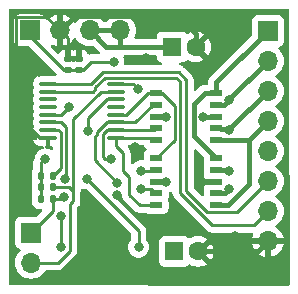
<source format=gtl>
%TF.GenerationSoftware,KiCad,Pcbnew,8.0.2*%
%TF.CreationDate,2024-05-17T09:11:03-06:00*%
%TF.ProjectId,encoder_protyping_board_high_current,656e636f-6465-4725-9f70-726f74797069,rev?*%
%TF.SameCoordinates,Original*%
%TF.FileFunction,Copper,L1,Top*%
%TF.FilePolarity,Positive*%
%FSLAX46Y46*%
G04 Gerber Fmt 4.6, Leading zero omitted, Abs format (unit mm)*
G04 Created by KiCad (PCBNEW 8.0.2) date 2024-05-17 09:11:03*
%MOMM*%
%LPD*%
G01*
G04 APERTURE LIST*
G04 Aperture macros list*
%AMRoundRect*
0 Rectangle with rounded corners*
0 $1 Rounding radius*
0 $2 $3 $4 $5 $6 $7 $8 $9 X,Y pos of 4 corners*
0 Add a 4 corners polygon primitive as box body*
4,1,4,$2,$3,$4,$5,$6,$7,$8,$9,$2,$3,0*
0 Add four circle primitives for the rounded corners*
1,1,$1+$1,$2,$3*
1,1,$1+$1,$4,$5*
1,1,$1+$1,$6,$7*
1,1,$1+$1,$8,$9*
0 Add four rect primitives between the rounded corners*
20,1,$1+$1,$2,$3,$4,$5,0*
20,1,$1+$1,$4,$5,$6,$7,0*
20,1,$1+$1,$6,$7,$8,$9,0*
20,1,$1+$1,$8,$9,$2,$3,0*%
G04 Aperture macros list end*
%TA.AperFunction,SMDPad,CuDef*%
%ADD10RoundRect,0.140000X0.170000X-0.140000X0.170000X0.140000X-0.170000X0.140000X-0.170000X-0.140000X0*%
%TD*%
%TA.AperFunction,SMDPad,CuDef*%
%ADD11RoundRect,0.135000X0.135000X0.185000X-0.135000X0.185000X-0.135000X-0.185000X0.135000X-0.185000X0*%
%TD*%
%TA.AperFunction,ComponentPad*%
%ADD12R,1.700000X1.700000*%
%TD*%
%TA.AperFunction,ComponentPad*%
%ADD13O,1.700000X1.700000*%
%TD*%
%TA.AperFunction,ComponentPad*%
%ADD14R,1.600000X1.600000*%
%TD*%
%TA.AperFunction,ComponentPad*%
%ADD15C,1.600000*%
%TD*%
%TA.AperFunction,SMDPad,CuDef*%
%ADD16RoundRect,0.135000X-0.135000X-0.185000X0.135000X-0.185000X0.135000X0.185000X-0.135000X0.185000X0*%
%TD*%
%TA.AperFunction,SMDPad,CuDef*%
%ADD17R,1.100000X0.510000*%
%TD*%
%TA.AperFunction,SMDPad,CuDef*%
%ADD18RoundRect,0.100000X-0.637500X-0.100000X0.637500X-0.100000X0.637500X0.100000X-0.637500X0.100000X0*%
%TD*%
%TA.AperFunction,ViaPad*%
%ADD19C,0.800000*%
%TD*%
%TA.AperFunction,Conductor*%
%ADD20C,0.400000*%
%TD*%
%TA.AperFunction,Conductor*%
%ADD21C,0.250000*%
%TD*%
G04 APERTURE END LIST*
D10*
X189800000Y-100480000D03*
X189800000Y-99520000D03*
D11*
X188550000Y-111400000D03*
X187530000Y-111400000D03*
D12*
X186700000Y-114225000D03*
D13*
X186700000Y-116765000D03*
D10*
X190780000Y-100480000D03*
X190780000Y-99520000D03*
D14*
X198844888Y-115800000D03*
D15*
X200844888Y-115800000D03*
D16*
X187530000Y-110400000D03*
X188550000Y-110400000D03*
D12*
X186600000Y-97100000D03*
D13*
X189140000Y-97100000D03*
X191680000Y-97100000D03*
X194220000Y-97100000D03*
D12*
X206750000Y-97150000D03*
D13*
X206750000Y-99690000D03*
X206750000Y-102230000D03*
X206750000Y-104770000D03*
X206750000Y-107310000D03*
X206750000Y-109850000D03*
X206750000Y-112390000D03*
X206750000Y-114930000D03*
D17*
X197294888Y-102400000D03*
X197294888Y-103400000D03*
X197294888Y-104400000D03*
X197294888Y-105400000D03*
X197294888Y-106400000D03*
X202394888Y-106400000D03*
X202394888Y-105400000D03*
X202394888Y-104400000D03*
X202394888Y-103400000D03*
X202394888Y-102400000D03*
D16*
X187530000Y-109400000D03*
X188550000Y-109400000D03*
D17*
X197294888Y-107900000D03*
X197294888Y-108900000D03*
X197294888Y-109900000D03*
X197294888Y-110900000D03*
X197294888Y-111900000D03*
X202394888Y-111900000D03*
X202394888Y-110900000D03*
X202394888Y-109900000D03*
X202394888Y-108900000D03*
X202394888Y-107900000D03*
D18*
X188137500Y-101625000D03*
X188137500Y-102275000D03*
X188137500Y-102925000D03*
X188137500Y-103575000D03*
X188137500Y-104225000D03*
X188137500Y-104875000D03*
X188137500Y-105525000D03*
X188137500Y-106175000D03*
X193862500Y-106175000D03*
X193862500Y-105525000D03*
X193862500Y-104875000D03*
X193862500Y-104225000D03*
X193862500Y-103575000D03*
X193862500Y-102925000D03*
X193862500Y-102275000D03*
X193862500Y-101625000D03*
D14*
X198644888Y-98500000D03*
D15*
X200644888Y-98500000D03*
D19*
X196350000Y-117600000D03*
X201000000Y-101000000D03*
X185850000Y-109750000D03*
X187350000Y-100650000D03*
X196400000Y-99450000D03*
X204000000Y-114500000D03*
X196650000Y-97150000D03*
X189800000Y-117700000D03*
X195500000Y-107000000D03*
X202450000Y-96250000D03*
X206300000Y-117750000D03*
X197000000Y-113500000D03*
X192000000Y-112500000D03*
X194000000Y-111000000D03*
X201200000Y-109900000D03*
X201300000Y-104400000D03*
X195750000Y-102050000D03*
X193700000Y-99750000D03*
X187900000Y-108000000D03*
X198100000Y-104400000D03*
X198100000Y-109950000D03*
X203500000Y-103000000D03*
X203500000Y-109000000D03*
X191550000Y-105600000D03*
X189450000Y-111200000D03*
X189250000Y-115450000D03*
X189250000Y-112850000D03*
X189950000Y-103550000D03*
X189550000Y-109650000D03*
X195800000Y-115450000D03*
X191400000Y-109650000D03*
X196000000Y-110500000D03*
X193500000Y-108000000D03*
X194000000Y-110000000D03*
X196000000Y-109000000D03*
X203500000Y-105500000D03*
X203500000Y-110500000D03*
D20*
X190390000Y-95850000D02*
X189140000Y-97100000D01*
D21*
X189140000Y-97100000D02*
X187965000Y-95925000D01*
D20*
X205880000Y-115800000D02*
X206750000Y-114930000D01*
X200644888Y-97368630D02*
X199126258Y-95850000D01*
X199126258Y-95850000D02*
X190390000Y-95850000D01*
D21*
X188137500Y-106175000D02*
X187425000Y-106175000D01*
D20*
X200844888Y-115800000D02*
X205880000Y-115800000D01*
D21*
X189800000Y-97760000D02*
X189140000Y-97100000D01*
X189800000Y-99520000D02*
X189800000Y-97760000D01*
X187425000Y-106175000D02*
X185425000Y-104175000D01*
X185425000Y-95925000D02*
X185425000Y-104175000D01*
X187965000Y-95925000D02*
X185425000Y-95925000D01*
D20*
X201200000Y-109900000D02*
X202394888Y-109900000D01*
X200644888Y-98500000D02*
X200644888Y-97368630D01*
D21*
X190780000Y-99520000D02*
X189800000Y-99520000D01*
D20*
X202394888Y-104400000D02*
X201300000Y-104400000D01*
D21*
X190780000Y-100480000D02*
X191089999Y-100480000D01*
X187530000Y-109400000D02*
X187530000Y-110400000D01*
X195800000Y-102050000D02*
X195750000Y-102000000D01*
X191819999Y-99750000D02*
X193700000Y-99750000D01*
X187530000Y-109400000D02*
X187530000Y-108270000D01*
X187530000Y-111400000D02*
X187530000Y-110400000D01*
X189800000Y-100480000D02*
X190780000Y-100480000D01*
X195750000Y-102000000D02*
X195750000Y-102050000D01*
X194725000Y-101625000D02*
X195375000Y-101625000D01*
X186600000Y-97589999D02*
X189490001Y-100480000D01*
X187900000Y-107900000D02*
X187850000Y-107950000D01*
X195750000Y-102050000D02*
X195800000Y-102050000D01*
X193862500Y-101625000D02*
X194725000Y-101625000D01*
X187530000Y-108270000D02*
X187800000Y-108000000D01*
X189490001Y-100480000D02*
X189800000Y-100480000D01*
X195375000Y-101625000D02*
X195750000Y-102000000D01*
X187800000Y-108000000D02*
X187900000Y-108000000D01*
X187900000Y-108000000D02*
X187900000Y-107900000D01*
X191089999Y-100480000D02*
X191819999Y-99750000D01*
D20*
X194220000Y-98420000D02*
X194300000Y-98500000D01*
X194220000Y-97100000D02*
X194220000Y-98420000D01*
X197294888Y-109900000D02*
X198100000Y-109950000D01*
X194300000Y-98500000D02*
X198644888Y-98500000D01*
X193080000Y-98500000D02*
X194300000Y-98500000D01*
X197294888Y-104400000D02*
X198100000Y-104400000D01*
X191680000Y-97100000D02*
X194220000Y-97100000D01*
X191680000Y-97100000D02*
X193080000Y-98500000D01*
X202394888Y-108900000D02*
X203400000Y-108900000D01*
X203400000Y-108900000D02*
X203500000Y-109000000D01*
X203440000Y-103000000D02*
X203040000Y-103400000D01*
X203500000Y-103000000D02*
X203440000Y-103000000D01*
X206750000Y-99690000D02*
X203500000Y-102940000D01*
X203040000Y-103400000D02*
X202394888Y-103400000D01*
X203500000Y-102940000D02*
X203500000Y-103000000D01*
D21*
X189250000Y-111400000D02*
X189450000Y-111200000D01*
X191550000Y-104500001D02*
X191550000Y-105600000D01*
X193125001Y-102925000D02*
X191550000Y-104500001D01*
X188550000Y-111400000D02*
X188550000Y-112375000D01*
X193862500Y-102925000D02*
X193125001Y-102925000D01*
X188550000Y-112375000D02*
X186700000Y-114225000D01*
X188550000Y-111400000D02*
X189250000Y-111400000D01*
X186700000Y-116765000D02*
X188960305Y-116765000D01*
X192611396Y-102275000D02*
X193862500Y-102275000D01*
X190250000Y-110700000D02*
X190275000Y-110675000D01*
X190250000Y-111550000D02*
X190250000Y-110700000D01*
X190275000Y-104611396D02*
X192611396Y-102275000D01*
X188550000Y-110400000D02*
X189950000Y-110400000D01*
X188960305Y-116765000D02*
X189975000Y-115750305D01*
X189975000Y-115750305D02*
X189975000Y-111825000D01*
X189975000Y-111825000D02*
X190250000Y-111550000D01*
X190275000Y-110675000D02*
X190275000Y-104611396D01*
X189950000Y-110400000D02*
X190250000Y-110700000D01*
X189275000Y-104225000D02*
X189950000Y-103550000D01*
X189250000Y-115450000D02*
X189250000Y-112850000D01*
X188137500Y-104225000D02*
X189275000Y-104225000D01*
X189650000Y-105300000D02*
X189650000Y-109650000D01*
X189550000Y-109650000D02*
X189550000Y-109750000D01*
X189650000Y-109650000D02*
X189550000Y-109650000D01*
X189225000Y-104875000D02*
X189650000Y-105300000D01*
X189550000Y-109750000D02*
X189600000Y-109700000D01*
X195800000Y-115450000D02*
X195800000Y-114050000D01*
X188137500Y-104875000D02*
X189225000Y-104875000D01*
X195800000Y-114050000D02*
X191400000Y-109650000D01*
X189200000Y-105700000D02*
X189025000Y-105525000D01*
X189025000Y-105525000D02*
X188137500Y-105525000D01*
X189200000Y-108750000D02*
X189200000Y-105700000D01*
X188550000Y-109400000D02*
X189200000Y-108750000D01*
X196000000Y-110500000D02*
X196894888Y-110500000D01*
X193000000Y-108000000D02*
X193500000Y-108000000D01*
X193171188Y-105525000D02*
X192800000Y-105896188D01*
X192800000Y-105896188D02*
X192800000Y-107800000D01*
X196894888Y-110500000D02*
X197294888Y-110900000D01*
X192800000Y-107800000D02*
X193000000Y-108000000D01*
X197169888Y-105525000D02*
X197294888Y-105400000D01*
X193862500Y-105525000D02*
X193171188Y-105525000D01*
X193862500Y-105525000D02*
X197169888Y-105525000D01*
X192087652Y-106087653D02*
X192087652Y-108087652D01*
X192275000Y-105725000D02*
X192275000Y-105775000D01*
X193125001Y-104875000D02*
X192275000Y-105725000D01*
X196000000Y-109000000D02*
X197194888Y-109000000D01*
X195524888Y-104875000D02*
X193862500Y-104875000D01*
X196999888Y-103400000D02*
X195524888Y-104875000D01*
X197294888Y-103400000D02*
X196999888Y-103400000D01*
X193862500Y-104875000D02*
X193125001Y-104875000D01*
X192275000Y-105900305D02*
X192087652Y-106087653D01*
X192087652Y-108087652D02*
X194000000Y-110000000D01*
X197194888Y-109000000D02*
X197294888Y-108900000D01*
X198850000Y-106344888D02*
X197294888Y-107900000D01*
X197750000Y-102400000D02*
X198850000Y-103500000D01*
X194775000Y-104225000D02*
X196600000Y-102400000D01*
X197294888Y-102400000D02*
X197750000Y-102400000D01*
X196600000Y-102400000D02*
X197294888Y-102400000D01*
X198850000Y-103500000D02*
X198850000Y-106344888D01*
X193862500Y-104225000D02*
X194775000Y-104225000D01*
X195000000Y-109500000D02*
X195000000Y-111000000D01*
X195000000Y-111000000D02*
X195900000Y-111900000D01*
X194500000Y-107500000D02*
X194500000Y-109000000D01*
X193862500Y-106175000D02*
X197069888Y-106175000D01*
X195900000Y-111900000D02*
X197294888Y-111900000D01*
X193862500Y-106175000D02*
X193862500Y-106862500D01*
X194500000Y-109000000D02*
X195000000Y-109500000D01*
X197069888Y-106175000D02*
X197294888Y-106400000D01*
X193862500Y-106862500D02*
X194500000Y-107500000D01*
D20*
X202394888Y-110900000D02*
X203100000Y-110900000D01*
X206750000Y-102230000D02*
X203580000Y-105400000D01*
X203500000Y-105500000D02*
X202394888Y-105400000D01*
X203100000Y-110900000D02*
X203500000Y-110500000D01*
X203580000Y-105400000D02*
X203500000Y-105500000D01*
X205120000Y-110124888D02*
X205120000Y-106400000D01*
X206750000Y-104770000D02*
X205120000Y-106400000D01*
X202394888Y-111900000D02*
X203344888Y-111900000D01*
X203344888Y-111900000D02*
X205120000Y-110124888D01*
X205120000Y-106400000D02*
X202394888Y-106400000D01*
X202394888Y-102400000D02*
X201444888Y-102400000D01*
X201444888Y-102400000D02*
X200500000Y-103344888D01*
X200500000Y-103344888D02*
X200500000Y-106005112D01*
X206750000Y-97150000D02*
X202394888Y-101505112D01*
X200500000Y-106005112D02*
X202394888Y-107900000D01*
X202394888Y-101505112D02*
X202394888Y-102400000D01*
D21*
X191788604Y-101625000D02*
X192763604Y-100650000D01*
X204120000Y-112480000D02*
X206750000Y-109850000D01*
X192763604Y-100650000D02*
X199186396Y-100650000D01*
X199850000Y-101313604D02*
X199850000Y-110702574D01*
X199186396Y-100650000D02*
X199850000Y-101313604D01*
X201627426Y-112480000D02*
X204120000Y-112480000D01*
X199850000Y-110702574D02*
X201627426Y-112480000D01*
X188137500Y-101625000D02*
X191788604Y-101625000D01*
X192950000Y-101100000D02*
X192150000Y-101900000D01*
X199300000Y-110826284D02*
X199300000Y-101400000D01*
X192150000Y-101900000D02*
X192150000Y-102100000D01*
X202063716Y-113590000D02*
X199300000Y-110826284D01*
X202063716Y-113590000D02*
X205550000Y-113590000D01*
X191975000Y-102275000D02*
X188137500Y-102275000D01*
X192150000Y-102100000D02*
X191975000Y-102275000D01*
X205550000Y-113590000D02*
X206750000Y-112390000D01*
X199000000Y-101100000D02*
X192950000Y-101100000D01*
X199300000Y-101400000D02*
X199000000Y-101100000D01*
%TA.AperFunction,Conductor*%
G36*
X200680703Y-107176918D02*
G01*
X200687181Y-107182950D01*
X201308069Y-107803838D01*
X201341554Y-107865161D01*
X201344388Y-107891519D01*
X201344388Y-108202869D01*
X201344389Y-108202876D01*
X201350797Y-108262485D01*
X201385924Y-108356668D01*
X201390908Y-108426360D01*
X201385924Y-108443332D01*
X201350798Y-108537511D01*
X201350797Y-108537515D01*
X201350797Y-108537517D01*
X201344388Y-108597127D01*
X201344388Y-108597134D01*
X201344388Y-108597135D01*
X201344388Y-109202870D01*
X201344389Y-109202876D01*
X201350796Y-109262483D01*
X201386191Y-109357381D01*
X201391175Y-109427073D01*
X201386191Y-109444046D01*
X201351291Y-109537616D01*
X201351289Y-109537627D01*
X201344888Y-109597155D01*
X201344888Y-109650000D01*
X201739217Y-109650000D01*
X201752472Y-109650710D01*
X201797015Y-109655500D01*
X202520889Y-109655499D01*
X202587927Y-109675183D01*
X202633682Y-109727987D01*
X202644888Y-109779499D01*
X202644888Y-110020500D01*
X202625203Y-110087539D01*
X202572399Y-110133294D01*
X202520888Y-110144500D01*
X201797017Y-110144500D01*
X201797013Y-110144501D01*
X201764465Y-110148000D01*
X201752464Y-110149290D01*
X201739213Y-110150000D01*
X201344888Y-110150000D01*
X201344888Y-110202844D01*
X201351289Y-110262372D01*
X201351291Y-110262380D01*
X201386191Y-110355952D01*
X201391175Y-110425644D01*
X201386191Y-110442617D01*
X201350798Y-110537511D01*
X201350797Y-110537515D01*
X201350797Y-110537517D01*
X201344388Y-110597127D01*
X201344388Y-110597134D01*
X201344388Y-110597135D01*
X201344388Y-111013010D01*
X201324703Y-111080049D01*
X201271899Y-111125804D01*
X201202741Y-111135748D01*
X201139185Y-111106723D01*
X201132707Y-111100691D01*
X200511819Y-110479803D01*
X200478334Y-110418480D01*
X200475500Y-110392122D01*
X200475500Y-107270631D01*
X200495185Y-107203592D01*
X200547989Y-107157837D01*
X200617147Y-107147893D01*
X200680703Y-107176918D01*
G37*
%TD.AperFunction*%
%TA.AperFunction,Conductor*%
G36*
X196245921Y-106820185D02*
G01*
X196291676Y-106872989D01*
X196295059Y-106881156D01*
X196300105Y-106894684D01*
X196301093Y-106897333D01*
X196301093Y-106897334D01*
X196387340Y-107012544D01*
X196387341Y-107012544D01*
X196387342Y-107012546D01*
X196391951Y-107015996D01*
X196438354Y-107050734D01*
X196480224Y-107106668D01*
X196485208Y-107176360D01*
X196451722Y-107237683D01*
X196438354Y-107249266D01*
X196387340Y-107287455D01*
X196301094Y-107402664D01*
X196301090Y-107402671D01*
X196250796Y-107537517D01*
X196245888Y-107583174D01*
X196244389Y-107597123D01*
X196244388Y-107597135D01*
X196244388Y-107978201D01*
X196224703Y-108045240D01*
X196171899Y-108090995D01*
X196102741Y-108100939D01*
X196094661Y-108099501D01*
X196094646Y-108099500D01*
X195905354Y-108099500D01*
X195872897Y-108106398D01*
X195720197Y-108138855D01*
X195720192Y-108138857D01*
X195547270Y-108215848D01*
X195547265Y-108215851D01*
X195394129Y-108327111D01*
X195394128Y-108327112D01*
X195341649Y-108385396D01*
X195282162Y-108422044D01*
X195212305Y-108420713D01*
X195154257Y-108381826D01*
X195126448Y-108317729D01*
X195125500Y-108302423D01*
X195125500Y-107438396D01*
X195118853Y-107404978D01*
X195101463Y-107317548D01*
X195088998Y-107287455D01*
X195083631Y-107274498D01*
X195083631Y-107274497D01*
X195054314Y-107203719D01*
X195054312Y-107203714D01*
X195010974Y-107138856D01*
X194997023Y-107117976D01*
X194985859Y-107101268D01*
X194985855Y-107101263D01*
X194896773Y-107012181D01*
X194863288Y-106950858D01*
X194868272Y-106881166D01*
X194910144Y-106825233D01*
X194975608Y-106800816D01*
X194984454Y-106800500D01*
X196178882Y-106800500D01*
X196245921Y-106820185D01*
G37*
%TD.AperFunction*%
%TA.AperFunction,Conductor*%
G36*
X188280539Y-106245184D02*
G01*
X188326294Y-106297988D01*
X188337500Y-106349499D01*
X188337500Y-106874999D01*
X188450500Y-106874999D01*
X188517539Y-106894684D01*
X188563294Y-106947488D01*
X188574500Y-106998999D01*
X188574500Y-107133610D01*
X188554815Y-107200649D01*
X188502011Y-107246404D01*
X188432853Y-107256348D01*
X188377616Y-107233929D01*
X188352733Y-107215850D01*
X188352729Y-107215848D01*
X188179807Y-107138857D01*
X188179802Y-107138855D01*
X188028369Y-107106668D01*
X187994646Y-107099500D01*
X187994645Y-107099500D01*
X187988289Y-107098149D01*
X187988756Y-107095950D01*
X187933710Y-107073297D01*
X187893730Y-107015996D01*
X187891076Y-106946177D01*
X187923613Y-106888886D01*
X187937500Y-106874999D01*
X187937500Y-106349499D01*
X187957185Y-106282460D01*
X188009989Y-106236705D01*
X188061497Y-106225499D01*
X188213501Y-106225499D01*
X188280539Y-106245184D01*
G37*
%TD.AperFunction*%
%TA.AperFunction,Conductor*%
G36*
X197287428Y-99220185D02*
G01*
X197333183Y-99272989D01*
X197344389Y-99324500D01*
X197344389Y-99347876D01*
X197350796Y-99407483D01*
X197401090Y-99542328D01*
X197401094Y-99542335D01*
X197487340Y-99657544D01*
X197487343Y-99657547D01*
X197602552Y-99743793D01*
X197602559Y-99743797D01*
X197711202Y-99784318D01*
X197767136Y-99826189D01*
X197791553Y-99891653D01*
X197776702Y-99959926D01*
X197727297Y-100009332D01*
X197667869Y-100024500D01*
X194714325Y-100024500D01*
X194647286Y-100004815D01*
X194601531Y-99952011D01*
X194591004Y-99887539D01*
X194605460Y-99750000D01*
X194585674Y-99561744D01*
X194527179Y-99381716D01*
X194527176Y-99381710D01*
X194524538Y-99375786D01*
X194527062Y-99374661D01*
X194513470Y-99318569D01*
X194536339Y-99252547D01*
X194591271Y-99209371D01*
X194637328Y-99200500D01*
X197220389Y-99200500D01*
X197287428Y-99220185D01*
G37*
%TD.AperFunction*%
%TA.AperFunction,Conductor*%
G36*
X189390000Y-98430633D02*
G01*
X189603483Y-98373433D01*
X189603492Y-98373429D01*
X189817578Y-98273600D01*
X190011082Y-98138105D01*
X190178105Y-97971082D01*
X190308119Y-97785405D01*
X190362696Y-97741781D01*
X190432195Y-97734588D01*
X190494549Y-97766110D01*
X190511269Y-97785405D01*
X190524180Y-97803844D01*
X190641505Y-97971401D01*
X190808599Y-98138495D01*
X190905384Y-98206265D01*
X191002165Y-98274032D01*
X191002167Y-98274033D01*
X191002170Y-98274035D01*
X191216337Y-98373903D01*
X191444592Y-98435063D01*
X191621034Y-98450500D01*
X191679999Y-98455659D01*
X191680000Y-98455659D01*
X191680001Y-98455659D01*
X191738966Y-98450500D01*
X191915408Y-98435063D01*
X191932216Y-98430559D01*
X192002064Y-98432218D01*
X192051994Y-98462651D01*
X192502161Y-98912819D01*
X192535646Y-98974142D01*
X192530662Y-99043834D01*
X192488790Y-99099767D01*
X192423326Y-99124184D01*
X192414480Y-99124500D01*
X191758388Y-99124500D01*
X191697970Y-99136518D01*
X191682677Y-99139560D01*
X191651358Y-99145789D01*
X191581767Y-99139560D01*
X191526591Y-99096695D01*
X191520438Y-99087292D01*
X191459721Y-98984625D01*
X191459714Y-98984616D01*
X191345383Y-98870285D01*
X191345374Y-98870278D01*
X191206195Y-98787968D01*
X191206190Y-98787966D01*
X191050918Y-98742855D01*
X191050912Y-98742854D01*
X191030000Y-98741209D01*
X191030000Y-99575500D01*
X191010315Y-99642539D01*
X190957511Y-99688294D01*
X190906000Y-99699500D01*
X190545302Y-99699500D01*
X190509008Y-99702356D01*
X190509002Y-99702357D01*
X190353608Y-99747504D01*
X190353598Y-99747508D01*
X190353116Y-99747794D01*
X190352688Y-99747902D01*
X190346443Y-99750605D01*
X190346006Y-99749597D01*
X190285391Y-99764973D01*
X190233883Y-99749849D01*
X190233557Y-99750605D01*
X190227433Y-99747955D01*
X190226884Y-99747794D01*
X190226401Y-99747508D01*
X190226391Y-99747504D01*
X190070997Y-99702357D01*
X190070991Y-99702356D01*
X190034697Y-99699500D01*
X190034690Y-99699500D01*
X189674000Y-99699500D01*
X189606961Y-99679815D01*
X189561206Y-99627011D01*
X189550000Y-99575500D01*
X189550000Y-98741210D01*
X189549999Y-98741209D01*
X190050000Y-98741209D01*
X190050000Y-99270000D01*
X190530000Y-99270000D01*
X190530000Y-98741210D01*
X190529999Y-98741209D01*
X190509087Y-98742854D01*
X190509081Y-98742855D01*
X190353809Y-98787966D01*
X190353801Y-98787969D01*
X190353113Y-98788377D01*
X190352503Y-98788531D01*
X190346647Y-98791066D01*
X190346237Y-98790120D01*
X190285388Y-98805554D01*
X190233656Y-98790364D01*
X190233353Y-98791066D01*
X190227671Y-98788607D01*
X190226887Y-98788377D01*
X190226198Y-98787969D01*
X190226190Y-98787966D01*
X190070918Y-98742855D01*
X190070912Y-98742854D01*
X190050000Y-98741209D01*
X189549999Y-98741209D01*
X189529087Y-98742854D01*
X189529081Y-98742855D01*
X189373809Y-98787966D01*
X189373804Y-98787968D01*
X189234625Y-98870278D01*
X189234616Y-98870285D01*
X189120285Y-98984616D01*
X189120279Y-98984624D01*
X189112069Y-98998507D01*
X189060999Y-99046189D01*
X188992257Y-99058692D01*
X188927668Y-99032046D01*
X188917657Y-99023065D01*
X188408376Y-98513784D01*
X188374891Y-98452461D01*
X188379875Y-98382769D01*
X188421747Y-98326836D01*
X188487211Y-98302419D01*
X188548462Y-98313721D01*
X188676507Y-98373430D01*
X188676516Y-98373433D01*
X188890000Y-98430634D01*
X188890000Y-97533012D01*
X188947007Y-97565925D01*
X189074174Y-97600000D01*
X189205826Y-97600000D01*
X189332993Y-97565925D01*
X189390000Y-97533012D01*
X189390000Y-98430633D01*
G37*
%TD.AperFunction*%
%TA.AperFunction,Conductor*%
G36*
X208493303Y-95269685D02*
G01*
X208539058Y-95322489D01*
X208550263Y-95373735D01*
X208560138Y-100004815D01*
X208599734Y-118575474D01*
X208580192Y-118642555D01*
X208527486Y-118688422D01*
X208475473Y-118699738D01*
X184923739Y-118650259D01*
X184856742Y-118630433D01*
X184811098Y-118577533D01*
X184800000Y-118526259D01*
X184800000Y-96202135D01*
X185249500Y-96202135D01*
X185249500Y-97997870D01*
X185249501Y-97997876D01*
X185255908Y-98057483D01*
X185306202Y-98192328D01*
X185306206Y-98192335D01*
X185392452Y-98307544D01*
X185392455Y-98307547D01*
X185507664Y-98393793D01*
X185507671Y-98393797D01*
X185642517Y-98444091D01*
X185642516Y-98444091D01*
X185649444Y-98444835D01*
X185702127Y-98450500D01*
X186524548Y-98450499D01*
X186591587Y-98470183D01*
X186612229Y-98486818D01*
X188838229Y-100712819D01*
X188871714Y-100774142D01*
X188866730Y-100843834D01*
X188824858Y-100899767D01*
X188759394Y-100924184D01*
X188750548Y-100924500D01*
X187460636Y-100924500D01*
X187343246Y-100939953D01*
X187343237Y-100939956D01*
X187197160Y-101000463D01*
X187071718Y-101096718D01*
X186975463Y-101222160D01*
X186914956Y-101368237D01*
X186914955Y-101368239D01*
X186899500Y-101485638D01*
X186899500Y-101764363D01*
X186914953Y-101881753D01*
X186914957Y-101881765D01*
X186923566Y-101902550D01*
X186931033Y-101972019D01*
X186923566Y-101997450D01*
X186914957Y-102018234D01*
X186914955Y-102018239D01*
X186899500Y-102135638D01*
X186899500Y-102414363D01*
X186914953Y-102531753D01*
X186914957Y-102531765D01*
X186923566Y-102552550D01*
X186931033Y-102622019D01*
X186923566Y-102647450D01*
X186914957Y-102668234D01*
X186914955Y-102668239D01*
X186899500Y-102785638D01*
X186899500Y-103064363D01*
X186914953Y-103181753D01*
X186914957Y-103181765D01*
X186923566Y-103202550D01*
X186931033Y-103272019D01*
X186923566Y-103297450D01*
X186914957Y-103318234D01*
X186914955Y-103318239D01*
X186899500Y-103435638D01*
X186899500Y-103714363D01*
X186914953Y-103831753D01*
X186914957Y-103831765D01*
X186923566Y-103852550D01*
X186931033Y-103922019D01*
X186923566Y-103947450D01*
X186914957Y-103968234D01*
X186914955Y-103968239D01*
X186899500Y-104085638D01*
X186899500Y-104364363D01*
X186914953Y-104481753D01*
X186914957Y-104481765D01*
X186923566Y-104502550D01*
X186931033Y-104572019D01*
X186923566Y-104597450D01*
X186914957Y-104618234D01*
X186914955Y-104618239D01*
X186899500Y-104735638D01*
X186899500Y-105014363D01*
X186914953Y-105131753D01*
X186914957Y-105131765D01*
X186923566Y-105152550D01*
X186931033Y-105222019D01*
X186923566Y-105247450D01*
X186914957Y-105268234D01*
X186914955Y-105268239D01*
X186899500Y-105385638D01*
X186899500Y-105664363D01*
X186914953Y-105781753D01*
X186914956Y-105781762D01*
X186923837Y-105803203D01*
X186931304Y-105872673D01*
X186923838Y-105898103D01*
X186915443Y-105918370D01*
X186907987Y-105975000D01*
X186950500Y-105975000D01*
X187017539Y-105994685D01*
X187048875Y-106023513D01*
X187071715Y-106053279D01*
X187071716Y-106053280D01*
X187071718Y-106053282D01*
X187197159Y-106149536D01*
X187197160Y-106149536D01*
X187201184Y-106152624D01*
X187242386Y-106209052D01*
X187246541Y-106278798D01*
X187212329Y-106339719D01*
X187150611Y-106372471D01*
X187125697Y-106375000D01*
X186907990Y-106375000D01*
X186907988Y-106375001D01*
X186915442Y-106431627D01*
X186915444Y-106431633D01*
X186975899Y-106577585D01*
X187072075Y-106702924D01*
X187197413Y-106799100D01*
X187343365Y-106859554D01*
X187343369Y-106859555D01*
X187460676Y-106874999D01*
X187681763Y-106874999D01*
X187748803Y-106894683D01*
X187794558Y-106947487D01*
X187804502Y-107016645D01*
X187775477Y-107080201D01*
X187716699Y-107117976D01*
X187707546Y-107120289D01*
X187620196Y-107138856D01*
X187620192Y-107138857D01*
X187447270Y-107215848D01*
X187447265Y-107215851D01*
X187294129Y-107327111D01*
X187167466Y-107467785D01*
X187072821Y-107631715D01*
X187072818Y-107631722D01*
X187014327Y-107811740D01*
X187014326Y-107811744D01*
X187011340Y-107840157D01*
X187004538Y-107904868D01*
X186984322Y-107960792D01*
X186975686Y-107973717D01*
X186975685Y-107973718D01*
X186946061Y-108045240D01*
X186942347Y-108054207D01*
X186936823Y-108067543D01*
X186928537Y-108087545D01*
X186928535Y-108087552D01*
X186921186Y-108124499D01*
X186921187Y-108124500D01*
X186906423Y-108198728D01*
X186904500Y-108208394D01*
X186904500Y-108762041D01*
X186887232Y-108825161D01*
X186807133Y-108960602D01*
X186807129Y-108960611D01*
X186762335Y-109114791D01*
X186762334Y-109114797D01*
X186759500Y-109150811D01*
X186759500Y-109649169D01*
X186759501Y-109649191D01*
X186762335Y-109685205D01*
X186807129Y-109839388D01*
X186810230Y-109846554D01*
X186808313Y-109847383D01*
X186822825Y-109904626D01*
X186808686Y-109952777D01*
X186810230Y-109953446D01*
X186807129Y-109960611D01*
X186762335Y-110114791D01*
X186762334Y-110114797D01*
X186759500Y-110150811D01*
X186759500Y-110649169D01*
X186759501Y-110649191D01*
X186762335Y-110685205D01*
X186807129Y-110839388D01*
X186810230Y-110846554D01*
X186808313Y-110847383D01*
X186822825Y-110904626D01*
X186808686Y-110952777D01*
X186810230Y-110953446D01*
X186807129Y-110960611D01*
X186762335Y-111114791D01*
X186762334Y-111114797D01*
X186759500Y-111150811D01*
X186759500Y-111649169D01*
X186759501Y-111649191D01*
X186762335Y-111685205D01*
X186807129Y-111839388D01*
X186807131Y-111839393D01*
X186888863Y-111977595D01*
X186888869Y-111977603D01*
X187002396Y-112091130D01*
X187002400Y-112091133D01*
X187002402Y-112091135D01*
X187140607Y-112172869D01*
X187181268Y-112184682D01*
X187294791Y-112217664D01*
X187294794Y-112217664D01*
X187294796Y-112217665D01*
X187330819Y-112220500D01*
X187520547Y-112220499D01*
X187587586Y-112240183D01*
X187633341Y-112292987D01*
X187643285Y-112362145D01*
X187614260Y-112425701D01*
X187608228Y-112432180D01*
X187202227Y-112838181D01*
X187140904Y-112871666D01*
X187114546Y-112874500D01*
X185802129Y-112874500D01*
X185802123Y-112874501D01*
X185742516Y-112880908D01*
X185607671Y-112931202D01*
X185607664Y-112931206D01*
X185492455Y-113017452D01*
X185492452Y-113017455D01*
X185406206Y-113132664D01*
X185406202Y-113132671D01*
X185355908Y-113267517D01*
X185349501Y-113327116D01*
X185349500Y-113327135D01*
X185349500Y-115122870D01*
X185349501Y-115122876D01*
X185355908Y-115182483D01*
X185406202Y-115317328D01*
X185406206Y-115317335D01*
X185492452Y-115432544D01*
X185492455Y-115432547D01*
X185607664Y-115518793D01*
X185607671Y-115518797D01*
X185739081Y-115567810D01*
X185795015Y-115609681D01*
X185819432Y-115675145D01*
X185804580Y-115743418D01*
X185783430Y-115771673D01*
X185661503Y-115893600D01*
X185525965Y-116087169D01*
X185525964Y-116087171D01*
X185426098Y-116301335D01*
X185426094Y-116301344D01*
X185364938Y-116529586D01*
X185364936Y-116529596D01*
X185344341Y-116764999D01*
X185344341Y-116765000D01*
X185364936Y-117000403D01*
X185364938Y-117000413D01*
X185426094Y-117228655D01*
X185426096Y-117228659D01*
X185426097Y-117228663D01*
X185501563Y-117390500D01*
X185525965Y-117442830D01*
X185525967Y-117442834D01*
X185634281Y-117597521D01*
X185661505Y-117636401D01*
X185828599Y-117803495D01*
X185925384Y-117871265D01*
X186022165Y-117939032D01*
X186022167Y-117939033D01*
X186022170Y-117939035D01*
X186236337Y-118038903D01*
X186464592Y-118100063D01*
X186652918Y-118116539D01*
X186699999Y-118120659D01*
X186700000Y-118120659D01*
X186700001Y-118120659D01*
X186739234Y-118117226D01*
X186935408Y-118100063D01*
X187163663Y-118038903D01*
X187377830Y-117939035D01*
X187571401Y-117803495D01*
X187738495Y-117636401D01*
X187873652Y-117443377D01*
X187928229Y-117399752D01*
X187975227Y-117390500D01*
X189021912Y-117390500D01*
X189082334Y-117378481D01*
X189142757Y-117366463D01*
X189142760Y-117366461D01*
X189142763Y-117366461D01*
X189176092Y-117352654D01*
X189176091Y-117352654D01*
X189176097Y-117352652D01*
X189256591Y-117319312D01*
X189307814Y-117285084D01*
X189359038Y-117250858D01*
X189446163Y-117163733D01*
X189446163Y-117163731D01*
X189456371Y-117153524D01*
X189456372Y-117153521D01*
X190460857Y-116149039D01*
X190473166Y-116130618D01*
X190475440Y-116127216D01*
X190529307Y-116046597D01*
X190529307Y-116046596D01*
X190529311Y-116046591D01*
X190576463Y-115932757D01*
X190593176Y-115848733D01*
X190600500Y-115811912D01*
X190600500Y-115688699D01*
X190600500Y-112135453D01*
X190620185Y-112068414D01*
X190636819Y-112047772D01*
X190678665Y-112005925D01*
X190735858Y-111948733D01*
X190804312Y-111846285D01*
X190838647Y-111763393D01*
X190851463Y-111732452D01*
X190875500Y-111611606D01*
X190875500Y-110874504D01*
X190877883Y-110850313D01*
X190900499Y-110736610D01*
X190900500Y-110736607D01*
X190900500Y-110604271D01*
X190920185Y-110537232D01*
X190972989Y-110491477D01*
X191042147Y-110481533D01*
X191074930Y-110490989D01*
X191120197Y-110511144D01*
X191305354Y-110550500D01*
X191364548Y-110550500D01*
X191431587Y-110570185D01*
X191452229Y-110586819D01*
X195138181Y-114272771D01*
X195171666Y-114334094D01*
X195174500Y-114360452D01*
X195174500Y-114751312D01*
X195154815Y-114818351D01*
X195142650Y-114834284D01*
X195067466Y-114917784D01*
X194972821Y-115081715D01*
X194972818Y-115081722D01*
X194914327Y-115261740D01*
X194914326Y-115261744D01*
X194894540Y-115450000D01*
X194914326Y-115638256D01*
X194914327Y-115638259D01*
X194972818Y-115818277D01*
X194972821Y-115818284D01*
X195067467Y-115982216D01*
X195161969Y-116087171D01*
X195194129Y-116122888D01*
X195347265Y-116234148D01*
X195347270Y-116234151D01*
X195520192Y-116311142D01*
X195520197Y-116311144D01*
X195705354Y-116350500D01*
X195705355Y-116350500D01*
X195894644Y-116350500D01*
X195894646Y-116350500D01*
X196079803Y-116311144D01*
X196252730Y-116234151D01*
X196405871Y-116122888D01*
X196532533Y-115982216D01*
X196627179Y-115818284D01*
X196685674Y-115638256D01*
X196705460Y-115450000D01*
X196685674Y-115261744D01*
X196627179Y-115081716D01*
X196552366Y-114952135D01*
X197544388Y-114952135D01*
X197544388Y-116647870D01*
X197544389Y-116647876D01*
X197550796Y-116707483D01*
X197601090Y-116842328D01*
X197601094Y-116842335D01*
X197687340Y-116957544D01*
X197687343Y-116957547D01*
X197802552Y-117043793D01*
X197802559Y-117043797D01*
X197937405Y-117094091D01*
X197937404Y-117094091D01*
X197944332Y-117094835D01*
X197997015Y-117100500D01*
X199692760Y-117100499D01*
X199752371Y-117094091D01*
X199887219Y-117043796D01*
X200002434Y-116957546D01*
X200009238Y-116948455D01*
X200065168Y-116906584D01*
X200134859Y-116901597D01*
X200179628Y-116921188D01*
X200192400Y-116930130D01*
X200192406Y-116930134D01*
X200398561Y-117026265D01*
X200398570Y-117026269D01*
X200618277Y-117085139D01*
X200618288Y-117085141D01*
X200844886Y-117104966D01*
X200844890Y-117104966D01*
X201071487Y-117085141D01*
X201071498Y-117085139D01*
X201291205Y-117026269D01*
X201291219Y-117026264D01*
X201497366Y-116930136D01*
X201570359Y-116879024D01*
X200891335Y-116200000D01*
X200897549Y-116200000D01*
X200999282Y-116172741D01*
X201090494Y-116120080D01*
X201164968Y-116045606D01*
X201217629Y-115954394D01*
X201244888Y-115852661D01*
X201244888Y-115846447D01*
X201923912Y-116525471D01*
X201975024Y-116452478D01*
X202071152Y-116246331D01*
X202071157Y-116246317D01*
X202130027Y-116026610D01*
X202130029Y-116026599D01*
X202149854Y-115800002D01*
X202149854Y-115799997D01*
X202130029Y-115573400D01*
X202130027Y-115573389D01*
X202071157Y-115353682D01*
X202071152Y-115353668D01*
X201975024Y-115147521D01*
X201975020Y-115147513D01*
X201923913Y-115074526D01*
X201244888Y-115753551D01*
X201244888Y-115747339D01*
X201217629Y-115645606D01*
X201164968Y-115554394D01*
X201090494Y-115479920D01*
X200999282Y-115427259D01*
X200897549Y-115400000D01*
X200891335Y-115400000D01*
X201570360Y-114720974D01*
X201497366Y-114669863D01*
X201291219Y-114573735D01*
X201291205Y-114573730D01*
X201071498Y-114514860D01*
X201071487Y-114514858D01*
X200844890Y-114495034D01*
X200844886Y-114495034D01*
X200618288Y-114514858D01*
X200618277Y-114514860D01*
X200398570Y-114573730D01*
X200398561Y-114573734D01*
X200192400Y-114669868D01*
X200192395Y-114669871D01*
X200179624Y-114678813D01*
X200113417Y-114701138D01*
X200045651Y-114684124D01*
X200009240Y-114651546D01*
X200002434Y-114642454D01*
X200002432Y-114642453D01*
X200002432Y-114642452D01*
X199887223Y-114556206D01*
X199887216Y-114556202D01*
X199752370Y-114505908D01*
X199752371Y-114505908D01*
X199692771Y-114499501D01*
X199692769Y-114499500D01*
X199692761Y-114499500D01*
X199692752Y-114499500D01*
X197997017Y-114499500D01*
X197997011Y-114499501D01*
X197937404Y-114505908D01*
X197802559Y-114556202D01*
X197802552Y-114556206D01*
X197687343Y-114642452D01*
X197687340Y-114642455D01*
X197601094Y-114757664D01*
X197601090Y-114757671D01*
X197550796Y-114892517D01*
X197544389Y-114952116D01*
X197544388Y-114952135D01*
X196552366Y-114952135D01*
X196532533Y-114917784D01*
X196457350Y-114834284D01*
X196427120Y-114771292D01*
X196425500Y-114751312D01*
X196425500Y-114117741D01*
X196425501Y-114117720D01*
X196425501Y-113988391D01*
X196401464Y-113867555D01*
X196401463Y-113867549D01*
X196354312Y-113753715D01*
X196285858Y-113651267D01*
X196285855Y-113651263D01*
X194397984Y-111763393D01*
X193731149Y-111096559D01*
X193697665Y-111035237D01*
X193702649Y-110965545D01*
X193744521Y-110909612D01*
X193809985Y-110885195D01*
X193844611Y-110887589D01*
X193857554Y-110890339D01*
X193905354Y-110900500D01*
X193905355Y-110900500D01*
X194094644Y-110900500D01*
X194094646Y-110900500D01*
X194224720Y-110872852D01*
X194294386Y-110878168D01*
X194350120Y-110920305D01*
X194374225Y-110985885D01*
X194374500Y-110994142D01*
X194374500Y-111061607D01*
X194374500Y-111061609D01*
X194374499Y-111061609D01*
X194382997Y-111104325D01*
X194382997Y-111104327D01*
X194398535Y-111182446D01*
X194398539Y-111182458D01*
X194406994Y-111202869D01*
X194406995Y-111202872D01*
X194445685Y-111296281D01*
X194445691Y-111296292D01*
X194478697Y-111345686D01*
X194478698Y-111345690D01*
X194478699Y-111345690D01*
X194514138Y-111398728D01*
X194514144Y-111398736D01*
X194605586Y-111490178D01*
X194605608Y-111490198D01*
X195411016Y-112295606D01*
X195411045Y-112295637D01*
X195501263Y-112385855D01*
X195501267Y-112385858D01*
X195603707Y-112454307D01*
X195603713Y-112454310D01*
X195603714Y-112454311D01*
X195717548Y-112501463D01*
X195746819Y-112507285D01*
X195773226Y-112512538D01*
X195773246Y-112512541D01*
X195773268Y-112512546D01*
X195838391Y-112525499D01*
X195838392Y-112525500D01*
X195838393Y-112525500D01*
X195838394Y-112525500D01*
X196363374Y-112525500D01*
X196430413Y-112545185D01*
X196437685Y-112550233D01*
X196502556Y-112598795D01*
X196502559Y-112598797D01*
X196637405Y-112649091D01*
X196637404Y-112649091D01*
X196644332Y-112649835D01*
X196697015Y-112655500D01*
X197892760Y-112655499D01*
X197952371Y-112649091D01*
X198087219Y-112598796D01*
X198202434Y-112512546D01*
X198288684Y-112397331D01*
X198338979Y-112262483D01*
X198345388Y-112202873D01*
X198345387Y-111597128D01*
X198338979Y-111537517D01*
X198303849Y-111443330D01*
X198298866Y-111373642D01*
X198303846Y-111356679D01*
X198338979Y-111262483D01*
X198345388Y-111202873D01*
X198345387Y-110906992D01*
X198365071Y-110839954D01*
X198417875Y-110794199D01*
X198418879Y-110793745D01*
X198500066Y-110757598D01*
X198569313Y-110748313D01*
X198632590Y-110777941D01*
X198669804Y-110837076D01*
X198674500Y-110870878D01*
X198674500Y-110887894D01*
X198695634Y-110994142D01*
X198698537Y-111008736D01*
X198704874Y-111024035D01*
X198745688Y-111122570D01*
X198771270Y-111160855D01*
X198771271Y-111160858D01*
X198771272Y-111160858D01*
X198814140Y-111225015D01*
X198814141Y-111225016D01*
X198814142Y-111225017D01*
X198901267Y-111312142D01*
X198901268Y-111312142D01*
X198908335Y-111319209D01*
X198908334Y-111319209D01*
X198908338Y-111319212D01*
X201664979Y-114075855D01*
X201664983Y-114075858D01*
X201767426Y-114144309D01*
X201767427Y-114144309D01*
X201767431Y-114144312D01*
X201834112Y-114171931D01*
X201834114Y-114171933D01*
X201881259Y-114191461D01*
X201881264Y-114191463D01*
X201901313Y-114195451D01*
X201934912Y-114202134D01*
X202002108Y-114215501D01*
X202002110Y-114215501D01*
X202131437Y-114215501D01*
X202131457Y-114215500D01*
X205398976Y-114215500D01*
X205466015Y-114235185D01*
X205511770Y-114287989D01*
X205521714Y-114357147D01*
X205511358Y-114391905D01*
X205476569Y-114466507D01*
X205476567Y-114466513D01*
X205419364Y-114679999D01*
X205419364Y-114680000D01*
X206316988Y-114680000D01*
X206284075Y-114737007D01*
X206250000Y-114864174D01*
X206250000Y-114995826D01*
X206284075Y-115122993D01*
X206316988Y-115180000D01*
X205419364Y-115180000D01*
X205476567Y-115393486D01*
X205476570Y-115393492D01*
X205576399Y-115607578D01*
X205711894Y-115801082D01*
X205878917Y-115968105D01*
X206072421Y-116103600D01*
X206286507Y-116203429D01*
X206286516Y-116203433D01*
X206500000Y-116260634D01*
X206500000Y-115363012D01*
X206557007Y-115395925D01*
X206684174Y-115430000D01*
X206815826Y-115430000D01*
X206942993Y-115395925D01*
X207000000Y-115363012D01*
X207000000Y-116260633D01*
X207213483Y-116203433D01*
X207213492Y-116203429D01*
X207427578Y-116103600D01*
X207621082Y-115968105D01*
X207788105Y-115801082D01*
X207923600Y-115607578D01*
X208023429Y-115393492D01*
X208023432Y-115393486D01*
X208080636Y-115180000D01*
X207183012Y-115180000D01*
X207215925Y-115122993D01*
X207250000Y-114995826D01*
X207250000Y-114864174D01*
X207215925Y-114737007D01*
X207183012Y-114680000D01*
X208080636Y-114680000D01*
X208080635Y-114679999D01*
X208023432Y-114466513D01*
X208023429Y-114466507D01*
X207923600Y-114252422D01*
X207923599Y-114252420D01*
X207788113Y-114058926D01*
X207788108Y-114058920D01*
X207621078Y-113891890D01*
X207435405Y-113761879D01*
X207391780Y-113707302D01*
X207384588Y-113637804D01*
X207416110Y-113575449D01*
X207435406Y-113558730D01*
X207449749Y-113548687D01*
X207621401Y-113428495D01*
X207788495Y-113261401D01*
X207924035Y-113067830D01*
X208023903Y-112853663D01*
X208085063Y-112625408D01*
X208105659Y-112390000D01*
X208085063Y-112154592D01*
X208023903Y-111926337D01*
X207924035Y-111712171D01*
X207905154Y-111685205D01*
X207788494Y-111518597D01*
X207621402Y-111351506D01*
X207621396Y-111351501D01*
X207435842Y-111221575D01*
X207392217Y-111166998D01*
X207385023Y-111097500D01*
X207416546Y-111035145D01*
X207435842Y-111018425D01*
X207550139Y-110938393D01*
X207621401Y-110888495D01*
X207788495Y-110721401D01*
X207924035Y-110527830D01*
X208023903Y-110313663D01*
X208085063Y-110085408D01*
X208105659Y-109850000D01*
X208085063Y-109614592D01*
X208023903Y-109386337D01*
X207924035Y-109172171D01*
X207919609Y-109165849D01*
X207788494Y-108978597D01*
X207621402Y-108811506D01*
X207621396Y-108811501D01*
X207435842Y-108681575D01*
X207392217Y-108626998D01*
X207385023Y-108557500D01*
X207416546Y-108495145D01*
X207435842Y-108478425D01*
X207527646Y-108414143D01*
X207621401Y-108348495D01*
X207788495Y-108181401D01*
X207924035Y-107987830D01*
X208023903Y-107773663D01*
X208085063Y-107545408D01*
X208105659Y-107310000D01*
X208085063Y-107074592D01*
X208027445Y-106859555D01*
X208023905Y-106846344D01*
X208023904Y-106846343D01*
X208023903Y-106846337D01*
X207924035Y-106632171D01*
X207841474Y-106514260D01*
X207788494Y-106438597D01*
X207621402Y-106271506D01*
X207621396Y-106271501D01*
X207435842Y-106141575D01*
X207392217Y-106086998D01*
X207385023Y-106017500D01*
X207416546Y-105955145D01*
X207435842Y-105938425D01*
X207490718Y-105900000D01*
X207621401Y-105808495D01*
X207788495Y-105641401D01*
X207924035Y-105447830D01*
X208023903Y-105233663D01*
X208085063Y-105005408D01*
X208105659Y-104770000D01*
X208085063Y-104534592D01*
X208023903Y-104306337D01*
X207924035Y-104092171D01*
X207919462Y-104085639D01*
X207788494Y-103898597D01*
X207621402Y-103731506D01*
X207621396Y-103731501D01*
X207435842Y-103601575D01*
X207392217Y-103546998D01*
X207385023Y-103477500D01*
X207416546Y-103415145D01*
X207435842Y-103398425D01*
X207550359Y-103318239D01*
X207621401Y-103268495D01*
X207788495Y-103101401D01*
X207924035Y-102907830D01*
X208023903Y-102693663D01*
X208085063Y-102465408D01*
X208105659Y-102230000D01*
X208085063Y-101994592D01*
X208027881Y-101781183D01*
X208023905Y-101766344D01*
X208023904Y-101766343D01*
X208023903Y-101766337D01*
X207924035Y-101552171D01*
X207877449Y-101485638D01*
X207788494Y-101358597D01*
X207621402Y-101191506D01*
X207621396Y-101191501D01*
X207435842Y-101061575D01*
X207392217Y-101006998D01*
X207385023Y-100937500D01*
X207416546Y-100875145D01*
X207435842Y-100858425D01*
X207556210Y-100774142D01*
X207621401Y-100728495D01*
X207788495Y-100561401D01*
X207924035Y-100367830D01*
X208023903Y-100153663D01*
X208085063Y-99925408D01*
X208105659Y-99690000D01*
X208085063Y-99454592D01*
X208023903Y-99226337D01*
X207924035Y-99012171D01*
X207914467Y-98998507D01*
X207788496Y-98818600D01*
X207757862Y-98787966D01*
X207666567Y-98696671D01*
X207633084Y-98635351D01*
X207638068Y-98565659D01*
X207679939Y-98509725D01*
X207710915Y-98492810D01*
X207842331Y-98443796D01*
X207957546Y-98357546D01*
X208043796Y-98242331D01*
X208094091Y-98107483D01*
X208100500Y-98047873D01*
X208100499Y-96252128D01*
X208094091Y-96192517D01*
X208085907Y-96170575D01*
X208043797Y-96057671D01*
X208043793Y-96057664D01*
X207957547Y-95942455D01*
X207957544Y-95942452D01*
X207842335Y-95856206D01*
X207842328Y-95856202D01*
X207707482Y-95805908D01*
X207707483Y-95805908D01*
X207647883Y-95799501D01*
X207647881Y-95799500D01*
X207647873Y-95799500D01*
X207647864Y-95799500D01*
X205852129Y-95799500D01*
X205852123Y-95799501D01*
X205792516Y-95805908D01*
X205657671Y-95856202D01*
X205657664Y-95856206D01*
X205542455Y-95942452D01*
X205542452Y-95942455D01*
X205456206Y-96057664D01*
X205456202Y-96057671D01*
X205405908Y-96192517D01*
X205401995Y-96228920D01*
X205399501Y-96252123D01*
X205399500Y-96252135D01*
X205399500Y-97458480D01*
X205379815Y-97525519D01*
X205363181Y-97546161D01*
X201850776Y-101058565D01*
X201850775Y-101058566D01*
X201774110Y-101173304D01*
X201721309Y-101300779D01*
X201721306Y-101300791D01*
X201698760Y-101414139D01*
X201698760Y-101414143D01*
X201694388Y-101436118D01*
X201694388Y-101575500D01*
X201674703Y-101642539D01*
X201621899Y-101688294D01*
X201570388Y-101699500D01*
X201375891Y-101699500D01*
X201267478Y-101721065D01*
X201267477Y-101721065D01*
X201245184Y-101725500D01*
X201240559Y-101726420D01*
X201191556Y-101746718D01*
X201191555Y-101746718D01*
X201113081Y-101779222D01*
X201113079Y-101779223D01*
X201013609Y-101845688D01*
X201013607Y-101845689D01*
X200998346Y-101855885D01*
X200998341Y-101855889D01*
X200687181Y-102167050D01*
X200625858Y-102200535D01*
X200556166Y-102195551D01*
X200500233Y-102153679D01*
X200475816Y-102088215D01*
X200475500Y-102079369D01*
X200475500Y-101251997D01*
X200475499Y-101251993D01*
X200463468Y-101191506D01*
X200451463Y-101131152D01*
X200426418Y-101070688D01*
X200422643Y-101061575D01*
X200404314Y-101017323D01*
X200404312Y-101017320D01*
X200404312Y-101017319D01*
X200369926Y-100965858D01*
X200342292Y-100924501D01*
X200335856Y-100914868D01*
X200245637Y-100824649D01*
X200245606Y-100824620D01*
X199676594Y-100255608D01*
X199676574Y-100255586D01*
X199585131Y-100164143D01*
X199562046Y-100148718D01*
X199516498Y-100118284D01*
X199516499Y-100118284D01*
X199516497Y-100118282D01*
X199482686Y-100095690D01*
X199482682Y-100095688D01*
X199402188Y-100062347D01*
X199368848Y-100048537D01*
X199368840Y-100048535D01*
X199356679Y-100046116D01*
X199294768Y-100013732D01*
X199260194Y-99953016D01*
X199263933Y-99883246D01*
X199304799Y-99826574D01*
X199369817Y-99800993D01*
X199380868Y-99800499D01*
X199492760Y-99800499D01*
X199552371Y-99794091D01*
X199687219Y-99743796D01*
X199802434Y-99657546D01*
X199809238Y-99648455D01*
X199865168Y-99606584D01*
X199934859Y-99601597D01*
X199979628Y-99621188D01*
X199992400Y-99630130D01*
X199992406Y-99630134D01*
X200198561Y-99726265D01*
X200198570Y-99726269D01*
X200418277Y-99785139D01*
X200418288Y-99785141D01*
X200644886Y-99804966D01*
X200644890Y-99804966D01*
X200871487Y-99785141D01*
X200871498Y-99785139D01*
X201091205Y-99726269D01*
X201091219Y-99726264D01*
X201297366Y-99630136D01*
X201370359Y-99579024D01*
X200691335Y-98900000D01*
X200697549Y-98900000D01*
X200799282Y-98872741D01*
X200890494Y-98820080D01*
X200964968Y-98745606D01*
X201017629Y-98654394D01*
X201044888Y-98552661D01*
X201044888Y-98546447D01*
X201723912Y-99225471D01*
X201775024Y-99152478D01*
X201871152Y-98946331D01*
X201871157Y-98946317D01*
X201930027Y-98726610D01*
X201930029Y-98726599D01*
X201949854Y-98500002D01*
X201949854Y-98499997D01*
X201930029Y-98273400D01*
X201930027Y-98273389D01*
X201871157Y-98053682D01*
X201871152Y-98053668D01*
X201775024Y-97847521D01*
X201775020Y-97847513D01*
X201723913Y-97774526D01*
X201044888Y-98453551D01*
X201044888Y-98447339D01*
X201017629Y-98345606D01*
X200964968Y-98254394D01*
X200890494Y-98179920D01*
X200799282Y-98127259D01*
X200697549Y-98100000D01*
X200691335Y-98100000D01*
X201370360Y-97420974D01*
X201297366Y-97369863D01*
X201091219Y-97273735D01*
X201091205Y-97273730D01*
X200871498Y-97214860D01*
X200871487Y-97214858D01*
X200644890Y-97195034D01*
X200644886Y-97195034D01*
X200418288Y-97214858D01*
X200418277Y-97214860D01*
X200198570Y-97273730D01*
X200198561Y-97273734D01*
X199992400Y-97369868D01*
X199992395Y-97369871D01*
X199979624Y-97378813D01*
X199913417Y-97401138D01*
X199845651Y-97384124D01*
X199809240Y-97351546D01*
X199802434Y-97342454D01*
X199802432Y-97342453D01*
X199802432Y-97342452D01*
X199687223Y-97256206D01*
X199687216Y-97256202D01*
X199552370Y-97205908D01*
X199552371Y-97205908D01*
X199492771Y-97199501D01*
X199492769Y-97199500D01*
X199492761Y-97199500D01*
X199492752Y-97199500D01*
X197797017Y-97199500D01*
X197797011Y-97199501D01*
X197737404Y-97205908D01*
X197602559Y-97256202D01*
X197602552Y-97256206D01*
X197487343Y-97342452D01*
X197487340Y-97342455D01*
X197401094Y-97457664D01*
X197401090Y-97457671D01*
X197350796Y-97592517D01*
X197344389Y-97652116D01*
X197344388Y-97652135D01*
X197344388Y-97675500D01*
X197324703Y-97742539D01*
X197271899Y-97788294D01*
X197220388Y-97799500D01*
X195578571Y-97799500D01*
X195511532Y-97779815D01*
X195465777Y-97727011D01*
X195455833Y-97657853D01*
X195466189Y-97623095D01*
X195493903Y-97563663D01*
X195555063Y-97335408D01*
X195575659Y-97100000D01*
X195555063Y-96864592D01*
X195493903Y-96636337D01*
X195394035Y-96422171D01*
X195388731Y-96414595D01*
X195258494Y-96228597D01*
X195091402Y-96061506D01*
X195091395Y-96061501D01*
X195085922Y-96057669D01*
X195014518Y-96007671D01*
X194897834Y-95925967D01*
X194897830Y-95925965D01*
X194897828Y-95925964D01*
X194683663Y-95826097D01*
X194683659Y-95826096D01*
X194683655Y-95826094D01*
X194455413Y-95764938D01*
X194455403Y-95764936D01*
X194220001Y-95744341D01*
X194219999Y-95744341D01*
X193984596Y-95764936D01*
X193984586Y-95764938D01*
X193756344Y-95826094D01*
X193756335Y-95826098D01*
X193542171Y-95925964D01*
X193542169Y-95925965D01*
X193348597Y-96061505D01*
X193181506Y-96228596D01*
X193098864Y-96346623D01*
X193044287Y-96390248D01*
X192997289Y-96399500D01*
X192902711Y-96399500D01*
X192835672Y-96379815D01*
X192801136Y-96346623D01*
X192718494Y-96228597D01*
X192551402Y-96061506D01*
X192551395Y-96061501D01*
X192545922Y-96057669D01*
X192474518Y-96007671D01*
X192357834Y-95925967D01*
X192357830Y-95925965D01*
X192357828Y-95925964D01*
X192143663Y-95826097D01*
X192143659Y-95826096D01*
X192143655Y-95826094D01*
X191915413Y-95764938D01*
X191915403Y-95764936D01*
X191680001Y-95744341D01*
X191679999Y-95744341D01*
X191444596Y-95764936D01*
X191444586Y-95764938D01*
X191216344Y-95826094D01*
X191216335Y-95826098D01*
X191002171Y-95925964D01*
X191002169Y-95925965D01*
X190808597Y-96061505D01*
X190641508Y-96228594D01*
X190511269Y-96414595D01*
X190456692Y-96458219D01*
X190387193Y-96465412D01*
X190324839Y-96433890D01*
X190308119Y-96414594D01*
X190178113Y-96228926D01*
X190178108Y-96228920D01*
X190011082Y-96061894D01*
X189817578Y-95926399D01*
X189603492Y-95826570D01*
X189603486Y-95826567D01*
X189390000Y-95769364D01*
X189390000Y-96666988D01*
X189332993Y-96634075D01*
X189205826Y-96600000D01*
X189074174Y-96600000D01*
X188947007Y-96634075D01*
X188890000Y-96666988D01*
X188890000Y-95769364D01*
X188889999Y-95769364D01*
X188676513Y-95826567D01*
X188676507Y-95826570D01*
X188462422Y-95926399D01*
X188462420Y-95926400D01*
X188268926Y-96061886D01*
X188146865Y-96183947D01*
X188085542Y-96217431D01*
X188015850Y-96212447D01*
X187959917Y-96170575D01*
X187943002Y-96139598D01*
X187893797Y-96007671D01*
X187893793Y-96007664D01*
X187807547Y-95892455D01*
X187807544Y-95892452D01*
X187692335Y-95806206D01*
X187692328Y-95806202D01*
X187557482Y-95755908D01*
X187557483Y-95755908D01*
X187497883Y-95749501D01*
X187497881Y-95749500D01*
X187497873Y-95749500D01*
X187497864Y-95749500D01*
X185702129Y-95749500D01*
X185702123Y-95749501D01*
X185642516Y-95755908D01*
X185507671Y-95806202D01*
X185507664Y-95806206D01*
X185392455Y-95892452D01*
X185392452Y-95892455D01*
X185306206Y-96007664D01*
X185306202Y-96007671D01*
X185255908Y-96142517D01*
X185249501Y-96202116D01*
X185249500Y-96202135D01*
X184800000Y-96202135D01*
X184800000Y-95418236D01*
X184819685Y-95351197D01*
X184872489Y-95305442D01*
X184918101Y-95294376D01*
X185847060Y-95250140D01*
X185852958Y-95250000D01*
X208426264Y-95250000D01*
X208493303Y-95269685D01*
G37*
%TD.AperFunction*%
M02*

</source>
